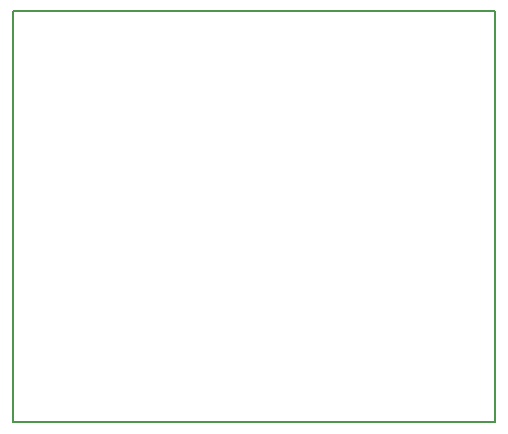
<source format=gm1>
G04 MADE WITH FRITZING*
G04 WWW.FRITZING.ORG*
G04 DOUBLE SIDED*
G04 HOLES PLATED*
G04 CONTOUR ON CENTER OF CONTOUR VECTOR*
%ASAXBY*%
%FSLAX23Y23*%
%MOIN*%
%OFA0B0*%
%SFA1.0B1.0*%
%ADD10R,1.614170X1.377950*%
%ADD11C,0.008000*%
%ADD10C,0.008*%
%LNCONTOUR*%
G90*
G70*
G54D10*
G54D11*
X4Y1374D02*
X1610Y1374D01*
X1610Y4D01*
X4Y4D01*
X4Y1374D01*
D02*
G04 End of contour*
M02*
</source>
